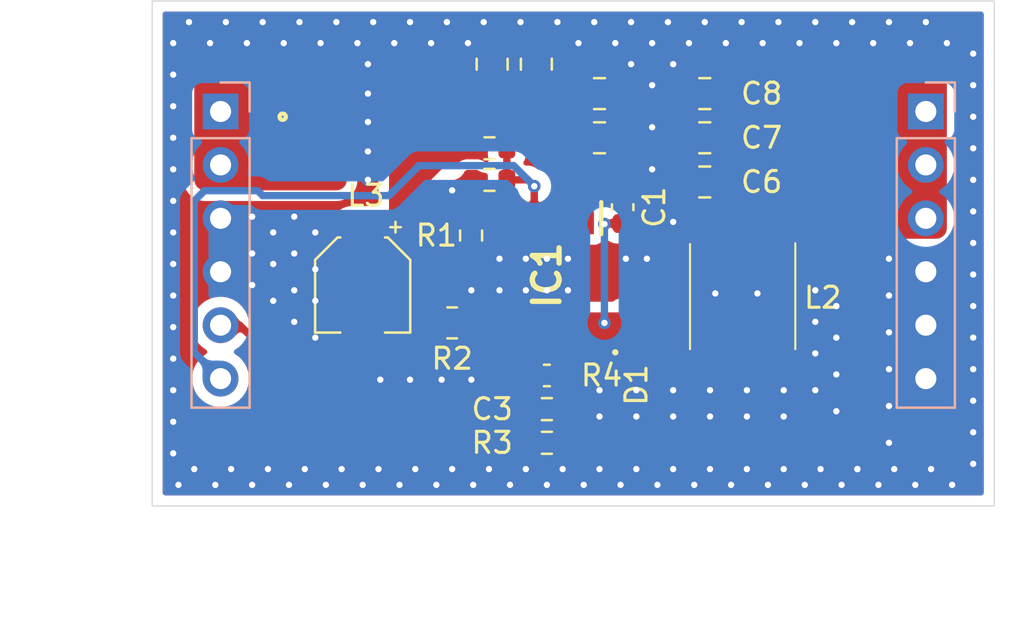
<source format=kicad_pcb>
(kicad_pcb (version 20241229) (generator "pcbnew") (generator_version "9.0")
  (layers (0 "F.Cu" signal) (2 "B.Cu" signal) (13 "F.Paste" user) (15 "B.Paste" user) (5 "F.SilkS" user "F.Silkscreen") (7 "B.SilkS" user "B.Silkscreen") (1 "F.Mask" user) (3 "B.Mask" user) (25 "Edge.Cuts" user))
  (net 0 "")
  (net 1 "GND")
  (net 2 "Net-(IC1-SS)")
  (net 3 "Net-(IC1-RT{slash}SYNC)")
  (net 4 "Net-(C4-Pad2)")
  (net 5 "/SW")
  (net 6 "/BOOT")
  (net 7 "/VIN")
  (net 8 "/VOUT")
  (net 9 "/FB")
  (net 10 "/VINF")
  (net 11 "/EN")
  (footprint "Capacitor_SMD:C_0805_2012Metric" (layer "F.Cu") (at 117.5 88.5 180)
    (property "Reference" "C2" (hide yes))
    (property "Value" "4.7u")
    (fp_line (start -0.261252 0.735) (end 0.261252 0.735) (stroke (width 0.12)) (layer "F.SilkS"))
    (fp_line (start -0.261252 -0.735) (end 0.261252 -0.735) (stroke (width 0.12)) (layer "F.SilkS"))
    (pad "1" smd roundrect (at -0.95 0 180) (size 1 1.45) (layers "F.Cu" "F.Mask" "F.Paste") (net 1 "GND"))
    (pad "2" smd roundrect (at 0.95 0 180) (size 1 1.45) (layers "F.Cu" "F.Mask" "F.Paste") (net 7 "/VIN"))
  )
  (footprint "Capacitor_SMD:C_0805_2012Metric" (layer "F.Cu") (at 122.5 88.5)
    (property "Reference" "C7" (at 2.7 0 0) (layer "F.SilkS"))
    (property "Value" "10u")
    (fp_line (start -0.261252 -0.735) (end 0.261252 -0.735) (stroke (width 0.12)) (layer "F.SilkS"))
    (fp_line (start -0.261252 0.735) (end 0.261252 0.735) (stroke (width 0.12)) (layer "F.SilkS"))
    (pad "1" smd roundrect (at -0.95 0) (size 1 1.45) (layers "F.Cu" "F.Mask" "F.Paste") (net 1 "GND"))
    (pad "2" smd roundrect (at 0.95 0) (size 1 1.45) (layers "F.Cu" "F.Mask" "F.Paste") (net 8 "/VOUT"))
  )
  (footprint "Resistor_SMD:R_0603_1608Metric" (layer "F.Cu") (at 115 101.4)
    (property "Reference" "R4" (at 2.6 -1.6 0) (layer "F.SilkS"))
    (property "Value" "17.8k")
    (fp_line (start -0.237258 -0.5225) (end 0.237258 -0.5225) (stroke (width 0.12)) (layer "F.SilkS"))
    (fp_line (start -0.237258 0.5225) (end 0.237258 0.5225) (stroke (width 0.12)) (layer "F.SilkS"))
    (pad "1" smd roundrect (at -0.825 0) (size 0.8 0.95) (layers "F.Cu" "F.Mask" "F.Paste") (net 9 "/FB"))
    (pad "2" smd roundrect (at 0.825 0) (size 0.8 0.95) (layers "F.Cu" "F.Mask" "F.Paste") (net 1 "GND"))
  )
  (footprint "Resistor_SMD:R_0603_1608Metric" (layer "F.Cu") (at 112.273582 89)
    (property "Reference" "R5" (hide yes))
    (property "Value" "R")
    (fp_line (start -0.237258 -0.5225) (end 0.237258 -0.5225) (stroke (width 0.12)) (layer "F.SilkS"))
    (fp_line (start -0.237258 0.5225) (end 0.237258 0.5225) (stroke (width 0.12)) (layer "F.SilkS"))
    (pad "1" smd roundrect (at -0.825 0) (size 0.8 0.95) (layers "F.Cu" "F.Mask" "F.Paste") (net 7 "/VIN"))
    (pad "2" smd roundrect (at 0.825 0) (size 0.8 0.95) (layers "F.Cu" "F.Mask" "F.Paste") (net 11 "/EN"))
  )
  (footprint "Resistor_SMD:R_0603_1608Metric" (layer "F.Cu") (at 115 103 180)
    (property "Reference" "R3" (at 2.6 0 0) (layer "F.SilkS"))
    (property "Value" "100k")
    (fp_line (start -0.237258 0.5225) (end 0.237258 0.5225) (stroke (width 0.12)) (layer "F.SilkS"))
    (fp_line (start -0.237258 -0.5225) (end 0.237258 -0.5225) (stroke (width 0.12)) (layer "F.SilkS"))
    (pad "1" smd roundrect (at -0.825 0 180) (size 0.8 0.95) (layers "F.Cu" "F.Mask" "F.Paste") (net 8 "/VOUT"))
    (pad "2" smd roundrect (at 0.825 0 180) (size 0.8 0.95) (layers "F.Cu" "F.Mask" "F.Paste") (net 9 "/FB"))
  )
  (footprint "Samacsys:VLS6045" (layer "F.Cu") (at 106.4 87.5)
    (property "Reference" "L3" (at 0 3.75 0) (layer "F.SilkS"))
    (property "Value" "VLS6045EX-470M" (hide yes))
    (fp_circle (center -3.95 0) (end -3.95 0.05) (stroke (width 0.2)) (fill no) (layer "F.SilkS"))
    (pad "1" smd rect (at -2.1 0) (size 1.9 5.1) (layers "F.Cu" "F.Mask" "F.Paste") (net 10 "/VINF"))
    (pad "2" smd rect (at 2.1 0) (size 1.9 5.1) (layers "F.Cu" "F.Mask" "F.Paste") (net 7 "/VIN"))
  )
  (footprint "Resistor_SMD:R_0805_2012Metric" (layer "F.Cu") (at 110.5 97.3)
    (property "Reference" "R2" (at 0 1.7 0) (layer "F.SilkS"))
    (property "Value" "2")
    (fp_line (start -0.227064 -0.735) (end 0.227064 -0.735) (stroke (width 0.12)) (layer "F.SilkS"))
    (fp_line (start -0.227064 0.735) (end 0.227064 0.735) (stroke (width 0.12)) (layer "F.SilkS"))
    (pad "1" smd roundrect (at -0.9125 0) (size 1.025 1.4) (layers "F.Cu" "F.Mask" "F.Paste") (roundrect_rratio 0.243902) (net 4 "Net-(C4-Pad2)"))
    (pad "2" smd roundrect (at 0.9125 0) (size 1.025 1.4) (layers "F.Cu" "F.Mask" "F.Paste") (roundrect_rratio 0.243902) (net 1 "GND"))
  )
  (footprint "Capacitor_SMD:C_0805_2012Metric" (layer "F.Cu") (at 112.4 85 -90)
    (property "Reference" "C9" (hide yes))
    (property "Value" "4.7u")
    (fp_line (start -0.261252 0.735) (end 0.261252 0.735) (stroke (width 0.12)) (layer "F.SilkS"))
    (fp_line (start -0.261252 -0.735) (end 0.261252 -0.735) (stroke (width 0.12)) (layer "F.SilkS"))
    (pad "1" smd roundrect (at -0.95 0 270) (size 1 1.45) (layers "F.Cu" "F.Mask" "F.Paste") (net 1 "GND"))
    (pad "2" smd roundrect (at 0.95 0 270) (size 1 1.45) (layers "F.Cu" "F.Mask" "F.Paste") (net 7 "/VIN"))
  )
  (footprint "Capacitor_SMD:C_0603_1608Metric" (layer "F.Cu") (at 118.6 91.8 -90)
    (property "Reference" "C1" (at 0 -1.5 90) (layer "F.SilkS"))
    (property "Value" "100n")
    (fp_line (start -0.14058 0.51) (end 0.14058 0.51) (stroke (width 0.12)) (layer "F.SilkS"))
    (fp_line (start -0.14058 -0.51) (end 0.14058 -0.51) (stroke (width 0.12)) (layer "F.SilkS"))
    (pad "1" smd roundrect (at -0.775 0 270) (size 0.9 0.95) (layers "F.Cu" "F.Mask" "F.Paste") (net 6 "/BOOT"))
    (pad "2" smd roundrect (at 0.775 0 270) (size 0.9 0.95) (layers "F.Cu" "F.Mask" "F.Paste") (net 5 "/SW"))
  )
  (footprint "Samacsys:VLS5045EX330M" (layer "F.Cu") (at 124.3 96.05 90)
    (property "Reference" "L2" (at -0.05 3.8 0) (layer "F.SilkS"))
    (property "Value" "VLS5045EX-100M" (hide yes))
    (fp_line (start -2.5 -2.5) (end 2.5 -2.5) (stroke (width 0.1)) (layer "F.SilkS"))
    (fp_line (start -2.5 2.5) (end 2.54 2.5) (stroke (width 0.1)) (layer "F.SilkS"))
    (pad "1" smd rect (at -1.8 0 90) (size 1.5 4) (layers "F.Cu" "F.Mask" "F.Paste") (net 5 "/SW"))
    (pad "2" smd rect (at 1.8 0 90) (size 1.5 4) (layers "F.Cu" "F.Mask" "F.Paste") (net 8 "/VOUT"))
  )
  (footprint "Samacsys:SBR3U60P17" (layer "F.Cu") (at 119.25 97 -90)
    (property "Reference" "D1" (at 3.25 0 270) (layer "F.SilkS"))
    (property "Value" "SBR3U60P1-7" (hide yes))
    (fp_circle (center 1.7 1) (end 1.7 0.9) (stroke (width 0.1)) (fill yes) (layer "F.SilkS"))
    (pad "1" smd rect (at 0.85 0) (size 1.5 2.4) (layers "F.Cu" "F.Mask" "F.Paste") (net 5 "/SW"))
    (pad "2" smd rect (at -1.525 0 270) (size 1.05 1.5) (layers "F.Cu" "F.Mask" "F.Paste") (net 1 "GND"))
  )
  (footprint "Capacitor_SMD:CP_Elec_4x5.4" (layer "F.Cu") (at 106.25 95.5 -90)
    (property "Reference" "C4" (hide yes))
    (property "Value" "2u")
    (fp_line (start -1.195563 2.26) (end 2.26 2.26) (stroke (width 0.12)) (layer "F.SilkS"))
    (fp_line (start 2.26 2.26) (end 2.26 1.06) (stroke (width 0.12)) (layer "F.SilkS"))
    (fp_line (start -2.26 1.195563) (end -1.195563 2.26) (stroke (width 0.12)) (layer "F.SilkS"))
    (fp_line (start -2.26 1.195563) (end -2.26 1.06) (stroke (width 0.12)) (layer "F.SilkS"))
    (fp_line (start -2.26 -1.195563) (end -2.26 -1.06) (stroke (width 0.12)) (layer "F.SilkS"))
    (fp_line (start -2.26 -1.195563) (end -1.195563 -2.26) (stroke (width 0.12)) (layer "F.SilkS"))
    (fp_line (start -3 -1.56) (end -2.5 -1.56) (stroke (width 0.12)) (layer "F.SilkS"))
    (fp_line (start -2.75 -1.81) (end -2.75 -1.31) (stroke (width 0.12)) (layer "F.SilkS"))
    (fp_line (start -1.195563 -2.26) (end 2.26 -2.26) (stroke (width 0.12)) (layer "F.SilkS"))
    (fp_line (start 2.26 -2.26) (end 2.26 -1.06) (stroke (width 0.12)) (layer "F.SilkS"))
    (pad "1" smd roundrect (at -1.8 0 270) (size 2.6 1.6) (layers "F.Cu" "F.Mask" "F.Paste") (roundrect_rratio 0.15625) (net 7 "/VIN"))
    (pad "2" smd roundrect (at 1.8 0 270) (size 2.6 1.6) (layers "F.Cu" "F.Mask" "F.Paste") (roundrect_rratio 0.15625) (net 4 "Net-(C4-Pad2)"))
  )
  (footprint "Capacitor_SMD:C_0805_2012Metric" (layer "F.Cu") (at 117.5 86.4 180)
    (property "Reference" "C5" (hide yes))
    (property "Value" "4.7u")
    (fp_line (start -0.261252 0.735) (end 0.261252 0.735) (stroke (width 0.12)) (layer "F.SilkS"))
    (fp_line (start -0.261252 -0.735) (end 0.261252 -0.735) (stroke (width 0.12)) (layer "F.SilkS"))
    (pad "1" smd roundrect (at -0.95 0 180) (size 1 1.45) (layers "F.Cu" "F.Mask" "F.Paste") (net 1 "GND"))
    (pad "2" smd roundrect (at 0.95 0 180) (size 1 1.45) (layers "F.Cu" "F.Mask" "F.Paste") (net 7 "/VIN"))
  )
  (footprint "Capacitor_SMD:C_0805_2012Metric" (layer "F.Cu") (at 122.5 86.4)
    (property "Reference" "C8" (at 2.7 0 0) (layer "F.SilkS"))
    (property "Value" "10u")
    (fp_line (start -0.261252 -0.735) (end 0.261252 -0.735) (stroke (width 0.12)) (layer "F.SilkS"))
    (fp_line (start -0.261252 0.735) (end 0.261252 0.735) (stroke (width 0.12)) (layer "F.SilkS"))
    (pad "1" smd roundrect (at -0.95 0) (size 1 1.45) (layers "F.Cu" "F.Mask" "F.Paste") (net 1 "GND"))
    (pad "2" smd roundrect (at 0.95 0) (size 1 1.45) (layers "F.Cu" "F.Mask" "F.Paste") (net 8 "/VOUT"))
  )
  (footprint "Samacsys:SOIC127P600X170-9N" (layer "F.Cu") (at 115.003582 95.034037 -90)
    (property "Reference" "IC1" (at 0 0 90) (layer "F.SilkS") (effects (font (size 1.27 1.27) (thickness 0.254))))
    (property "Value" "LV14240DDAR" (hide yes))
    (fp_line (start -3.475 -2.58) (end -1.95 -2.58) (stroke (width 0.2)) (layer "F.SilkS"))
    (pad "1" smd rect (at -2.712 -1.905) (size 0.65 1.525) (layers "F.Cu" "F.Mask" "F.Paste") (net 6 "/BOOT"))
    (pad "2" smd rect (at -2.712 -0.635) (size 0.65 1.525) (layers "F.Cu" "F.Mask" "F.Paste") (net 7 "/VIN"))
    (pad "3" smd rect (at -2.712 0.635) (size 0.65 1.525) (layers "F.Cu" "F.Mask" "F.Paste") (net 11 "/EN"))
    (pad "4" smd rect (at -2.712 1.905) (size 0.65 1.525) (layers "F.Cu" "F.Mask" "F.Paste") (net 3 "Net-(IC1-RT{slash}SYNC)"))
    (pad "5" smd rect (at 2.712 1.905) (size 0.65 1.525) (layers "F.Cu" "F.Mask" "F.Paste") (net 9 "/FB"))
    (pad "6" smd rect (at 2.712 0.635) (size 0.65 1.525) (layers "F.Cu" "F.Mask" "F.Paste") (net 2 "Net-(IC1-SS)"))
    (pad "7" smd rect (at 2.712 -0.635) (size 0.65 1.525) (layers "F.Cu" "F.Mask" "F.Paste") (net 1 "GND"))
    (pad "8" smd rect (at 2.712 -1.905) (size 0.65 1.525) (layers "F.Cu" "F.Mask" "F.Paste") (net 5 "/SW"))
    (pad "9" smd rect (at 0 0 270) (size 2.85 3.2) (layers "F.Cu" "F.Mask" "F.Paste") (net 1 "GND"))
  )
  (footprint "Resistor_SMD:R_0603_1608Metric" (layer "F.Cu") (at 112.273582 90.5 180)
    (property "Reference" "R6" (hide yes))
    (property "Value" "R")
    (fp_line (start -0.237258 0.5225) (end 0.237258 0.5225) (stroke (width 0.12)) (layer "F.SilkS"))
    (fp_line (start -0.237258 -0.5225) (end 0.237258 -0.5225) (stroke (width 0.12)) (layer "F.SilkS"))
    (pad "1" smd roundrect (at -0.825 0 180) (size 0.8 0.95) (layers "F.Cu" "F.Mask" "F.Paste") (net 11 "/EN"))
    (pad "2" smd roundrect (at 0.825 0 180) (size 0.8 0.95) (layers "F.Cu" "F.Mask" "F.Paste") (net 1 "GND"))
  )
  (footprint "Capacitor_SMD:C_0805_2012Metric" (layer "F.Cu") (at 114.5 85 -90)
    (property "Reference" "C10" (hide yes))
    (property "Value" "4.7u")
    (fp_line (start -0.261252 0.735) (end 0.261252 0.735) (stroke (width 0.12)) (layer "F.SilkS"))
    (fp_line (start -0.261252 -0.735) (end 0.261252 -0.735) (stroke (width 0.12)) (layer "F.SilkS"))
    (pad "1" smd roundrect (at -0.95 0 270) (size 1 1.45) (layers "F.Cu" "F.Mask" "F.Paste") (net 1 "GND"))
    (pad "2" smd roundrect (at 0.95 0 270) (size 1 1.45) (layers "F.Cu" "F.Mask" "F.Paste") (net 7 "/VIN"))
  )
  (footprint "Resistor_SMD:R_0603_1608Metric" (layer "F.Cu") (at 111.4 93.147037 -90)
    (property "Reference" "R1" (at 0 1.65 0) (layer "F.SilkS"))
    (property "Value" "49.9")
    (fp_line (start -0.237258 0.5225) (end 0.237258 0.5225) (stroke (width 0.12)) (layer "F.SilkS"))
    (fp_line (start -0.237258 -0.5225) (end 0.237258 -0.5225) (stroke (width 0.12)) (layer "F.SilkS"))
    (pad "1" smd roundrect (at -0.825 0 270) (size 0.8 0.95) (layers "F.Cu" "F.Mask" "F.Paste") (net 3 "Net-(IC1-RT{slash}SYNC)"))
    (pad "2" smd roundrect (at 0.825 0 270) (size 0.8 0.95) (layers "F.Cu" "F.Mask" "F.Paste") (net 1 "GND"))
  )
  (footprint "Capacitor_SMD:C_0603_1608Metric" (layer "F.Cu") (at 115 99.8 180)
    (property "Reference" "C3" (at 2.6 -1.6 0) (layer "F.SilkS"))
    (property "Value" "22n")
    (fp_line (start -0.14058 0.51) (end 0.14058 0.51) (stroke (width 0.12)) (layer "F.SilkS"))
    (fp_line (start -0.14058 -0.51) (end 0.14058 -0.51) (stroke (width 0.12)) (layer "F.SilkS"))
    (pad "1" smd roundrect (at -0.775 0 180) (size 0.9 0.95) (layers "F.Cu" "F.Mask" "F.Paste") (net 1 "GND"))
    (pad "2" smd roundrect (at 0.775 0 180) (size 0.9 0.95) (layers "F.Cu" "F.Mask" "F.Paste") (net 2 "Net-(IC1-SS)"))
  )
  (footprint "Capacitor_SMD:C_0805_2012Metric" (layer "F.Cu") (at 122.5 90.6)
    (property "Reference" "C6" (at 2.7 0 0) (layer "F.SilkS"))
    (property "Value" "10u")
    (fp_line (start -0.261252 -0.735) (end 0.261252 -0.735) (stroke (width 0.12)) (layer "F.SilkS"))
    (fp_line (start -0.261252 0.735) (end 0.261252 0.735) (stroke (width 0.12)) (layer "F.SilkS"))
    (pad "1" smd roundrect (at -0.95 0) (size 1 1.45) (layers "F.Cu" "F.Mask" "F.Paste") (net 1 "GND"))
    (pad "2" smd roundrect (at 0.95 0) (size 1 1.45) (layers "F.Cu" "F.Mask" "F.Paste") (net 8 "/VOUT"))
  )
  (footprint "Connector_PinHeader_2.54mm:PinHeader_1x06_P2.54mm_Vertical" (layer "B.Cu") (at 99.5 87.25 180)
    (property "Reference" "J1" (hide yes))
    (property "Value" "Conn_01x06")
    (fp_line (start 1.38 -1.27) (end 1.38 -14.08) (stroke (width 0.12)) (layer "B.SilkS"))
    (fp_line (start -1.38 1.38) (end 0 1.38) (stroke (width 0.12)) (layer "B.SilkS"))
    (fp_line (start -1.38 0) (end -1.38 1.38) (stroke (width 0.12)) (layer "B.SilkS"))
    (fp_line (start -1.38 -1.27) (end 1.38 -1.27) (stroke (width 0.12)) (layer "B.SilkS"))
    (fp_line (start -1.38 -1.27) (end -1.38 -14.08) (stroke (width 0.12)) (layer "B.SilkS"))
    (fp_line (start -1.38 -14.08) (end 1.38 -14.08) (stroke (width 0.12)) (layer "B.SilkS"))
    (pad "1" thru_hole rect (at 0 0 180) (size 1.7 1.7) (drill 1) (layers "*.Cu" "*.Mask") (net 10 "/VINF"))
    (pad "2" thru_hole circle (at 0 -2.54 180) (size 1.7 1.7) (drill 1) (layers "*.Cu" "*.Mask") (net 10 "/VINF"))
    (pad "3" thru_hole circle (at 0 -5.08 180) (size 1.7 1.7) (drill 1) (layers "*.Cu" "*.Mask") (net 1 "GND"))
    (pad "4" thru_hole circle (at 0 -7.62 180) (size 1.7 1.7) (drill 1) (layers "*.Cu" "*.Mask") (net 1 "GND"))
    (pad "5" thru_hole circle (at 0 -10.16 180) (size 1.7 1.7) (drill 1) (layers "*.Cu" "*.Mask") (net 9 "/FB"))
    (pad "6" thru_hole circle (at 0 -12.7 180) (size 1.7 1.7) (drill 1) (layers "*.Cu" "*.Mask") (net 11 "/EN"))
  )
  (footprint "Connector_PinHeader_2.54mm:PinHeader_1x06_P2.54mm_Vertical" (layer "B.Cu") (at 133 87.25 180)
    (property "Reference" "J2" (hide yes))
    (property "Value" "Conn_01x06")
    (fp_line (start 1.38 -1.27) (end 1.38 -14.08) (stroke (width 0.12)) (layer "B.SilkS"))
    (fp_line (start -1.38 1.38) (end 0 1.38) (stroke (width 0.12)) (layer "B.SilkS"))
    (fp_line (start -1.38 0) (end -1.38 1.38) (stroke (width 0.12)) (layer "B.SilkS"))
    (fp_line (start -1.38 -1.27) (end 1.38 -1.27) (stroke (width 0.12)) (layer "B.SilkS"))
    (fp_line (start -1.38 -1.27) (end -1.38 -14.08) (stroke (width 0.12)) (layer "B.SilkS"))
    (fp_line (start -1.38 -14.08) (end 1.38 -14.08) (stroke (width 0.12)) (layer "B.SilkS"))
    (pad "1" thru_hole rect (at 0 0 180) (size 1.7 1.7) (drill 1) (layers "*.Cu" "*.Mask") (net 8 "/VOUT"))
    (pad "2" thru_hole circle (at 0 -2.54 180) (size 1.7 1.7) (drill 1) (layers "*.Cu" "*.Mask") (net 8 "/VOUT"))
    (pad "3" thru_hole circle (at 0 -5.08 180) (size 1.7 1.7) (drill 1) (layers "*.Cu" "*.Mask") (net 8 "/VOUT"))
    (pad "4" thru_hole circle (at 0 -7.62 180) (size 1.7 1.7) (drill 1) (layers "*.Cu" "*.Mask") (net 1 "GND"))
    (pad "5" thru_hole circle (at 0 -10.16 180) (size 1.7 1.7) (drill 1) (layers "*.Cu" "*.Mask") (net 1 "GND"))
    (pad "6" thru_hole circle (at 0 -12.7 180) (size 1.7 1.7) (drill 1) (layers "*.Cu" "*.Mask") (net 1 "GND"))
  )
  (gr_rect (start 96.25 82) (end 136.25 106) (stroke (width 0.05)) (fill no) (layer "Edge.Cuts"))
  (segment (start 115.638582 99.663582) (end 115.775 99.8) (width 0.35) (layer "F.Cu") (net 1))
  (segment (start 115.638582 97.746037) (end 115.638582 99.663582) (width 0.35) (layer "F.Cu") (net 1))
  (via (at 97.25 102) (size 0.6) (drill 0.3) (layers "F.Cu" "B.Cu") (net 1))
  (via (at 111.5 105) (size 0.6) (drill 0.3) (layers "F.Cu" "B.Cu") (net 1))
  (via (at 101 95.5) (size 0.6) (drill 0.3) (layers "F.Cu" "B.Cu") (net 1))
  (via (at 124.5 104.25) (size 0.6) (drill 0.3) (layers "F.Cu" "B.Cu") (net 1))
  (via (at 106.25 105) (size 0.6) (drill 0.3) (layers "F.Cu" "B.Cu") (net 1))
  (via (at 133 83) (size 0.6) (drill 0.3) (layers "F.Cu" "B.Cu") (net 1))
  (via (at 123 95.9) (size 0.6) (drill 0.3) (layers "F.Cu" "B.Cu") (net 1))
  (via (at 116.5 84) (size 0.6) (drill 0.3) (layers "F.Cu" "B.Cu") (net 1))
  (via (at 125 95.9) (size 0.6) (drill 0.3) (layers "F.Cu" "B.Cu") (net 1))
  (via (at 121 100.5) (size 0.6) (drill 0.3) (layers "F.Cu" "B.Cu") (net 1))
  (via (at 105 83) (size 0.6) (drill 0.3) (layers "F.Cu" "B.Cu") (net 1))
  (via (at 97.25 87) (size 0.6) (drill 0.3) (layers "F.Cu" "B.Cu") (net 1))
  (via (at 105.25 104.25) (size 0.6) (drill 0.3) (layers "F.Cu" "B.Cu") (net 1))
  (via (at 106 84) (size 0.6) (drill 0.3) (layers "F.Cu" "B.Cu") (net 1))
  (via (at 126.25 104.25) (size 0.6) (drill 0.3) (layers "F.Cu" "B.Cu") (net 1))
  (via (at 128.75 96.5) (size 0.6) (drill 0.3) (layers "F.Cu" "B.Cu") (net 1))
  (via (at 135.25 87.5) (size 0.6) (drill 0.3) (layers "F.Cu" "B.Cu") (net 1))
  (via (at 127.75 98.75) (size 0.6) (drill 0.3) (layers "F.Cu" "B.Cu") (net 1))
  (via (at 97.25 93) (size 0.6) (drill 0.3) (layers "F.Cu" "B.Cu") (net 1))
  (via (at 108.5 100) (size 0.6) (drill 0.3) (layers "F.Cu" "B.Cu") (net 1))
  (via (at 131.25 103) (size 0.6) (drill 0.3) (layers "F.Cu" "B.Cu") (net 1))
  (via (at 100 104.25) (size 0.6) (drill 0.3) (layers "F.Cu" "B.Cu") (net 1))
  (via (at 97.25 103.5) (size 0.6) (drill 0.3) (layers "F.Cu" "B.Cu") (net 1))
  (via (at 135.25 101) (size 0.6) (drill 0.3) (layers "F.Cu" "B.Cu") (net 1))
  (via (at 122.5 83) (size 0.6) (drill 0.3) (layers "F.Cu" "B.Cu") (net 1))
  (via (at 135.25 102.5) (size 0.6) (drill 0.3) (layers "F.Cu" "B.Cu") (net 1))
  (via (at 107.75 84) (size 0.6) (drill 0.3) (layers "F.Cu" "B.Cu") (net 1))
  (via (at 101.5 83) (size 0.6) (drill 0.3) (layers "F.Cu" "B.Cu") (net 1))
  (via (at 119 83) (size 0.6) (drill 0.3) (layers "F.Cu" "B.Cu") (net 1))
  (via (at 111.4125 95.75) (size 0.6) (drill 0.3) (layers "F.Cu" "B.Cu") (net 1))
  (via (at 108.75 104.25) (size 0.6) (drill 0.3) (layers "F.Cu" "B.Cu") (net 1))
  (via (at 106.75 83) (size 0.6) (drill 0.3) (layers "F.Cu" "B.Cu") (net 1))
  (via (at 131.25 94.25) (size 0.6) (drill 0.3) (layers "F.Cu" "B.Cu") (net 1))
  (via (at 127.75 83) (size 0.6) (drill 0.3) (layers "F.Cu" "B.Cu") (net 1))
  (via (at 135.25 89) (size 0.6) (drill 0.3) (layers "F.Cu" "B.Cu") (net 1))
  (via (at 120.75 83) (size 0.6) (drill 0.3) (layers "F.Cu" "B.Cu") (net 1))
  (via (at 135.25 86) (size 0.6) (drill 0.3) (layers "F.Cu" "B.Cu") (net 1))
  (via (at 128 104.25) (size 0.6) (drill 0.3) (layers "F.Cu" "B.Cu") (net 1))
  (via (at 107.0875 100) (size 0.6) (drill 0.3) (layers "F.Cu" "B.Cu") (net 1))
  (via (at 120 88) (size 0.6) (drill 0.3) (layers "F.Cu" "B.Cu") (net 1))
  (via (at 114 94.25) (size 0.6) (drill 0.3) (layers "F.Cu" "B.Cu") (net 1))
  (via (at 97.25 84) (size 0.6) (drill 0.3) (layers "F.Cu" "B.Cu") (net 1))
  (via (at 115 95.75) (size 0.6) (drill 0.3) (layers "F.Cu" "B.Cu") (net 1))
  (via (at 135.25 92) (size 0.6) (drill 0.3) (layers "F.Cu" "B.Cu") (net 1))
  (via (at 118.25 84) (size 0.6) (drill 0.3) (layers "F.Cu" "B.Cu") (net 1))
  (via (at 130.5 84) (size 0.6) (drill 0.3) (layers "F.Cu" "B.Cu") (net 1))
  (via (at 97.25 96) (size 0.6) (drill 0.3) (layers "F.Cu" "B.Cu") (net 1))
  (via (at 131.25 97.75) (size 0.6) (drill 0.3) (layers "F.Cu" "B.Cu") (net 1))
  (via (at 112.75 95.75) (size 0.6) (drill 0.3) (layers "F.Cu" "B.Cu") (net 1))
  (via (at 113.75 83) (size 0.6) (drill 0.3) (layers "F.Cu" "B.Cu") (net 1))
  (via (at 121 92.5) (size 0.6) (drill 0.3) (layers "F.Cu" "B.Cu") (net 1))
  (via (at 127.75 97.25) (size 0.6) (drill 0.3) (layers "F.Cu" "B.Cu") (net 1))
  (via (at 122.75 101.75) (size 0.6) (drill 0.3) (layers "F.Cu" "B.Cu") (net 1))
  (via (at 128.75 99.75) (size 0.6) (drill 0.3) (layers "F.Cu" "B.Cu") (net 1))
  (via (at 117.25 83) (size 0.6) (drill 0.3) (layers "F.Cu" "B.Cu") (net 1))
  (via (at 118.5 105) (size 0.6) (drill 0.3) (layers "F.Cu" "B.Cu") (net 1))
  (via (at 132.25 84) (size 0.6) (drill 0.3) (layers "F.Cu" "B.Cu") (net 1))
  (via (at 119 85) (size 0.6) (drill 0.3) (layers "F.Cu" "B.Cu") (net 1))
  (via (at 113.25 105) (size 0.6) (drill 0.3) (layers "F.Cu" "B.Cu") (net 1))
  (via (at 124.5 101.75) (size 0.6) (drill 0.3) (layers "F.Cu" "B.Cu") (net 1))
  (via (at 121 101.75) (size 0.6) (drill 0.3) (layers "F.Cu" "B.Cu") (net 1))
  (via (at 112.75 94.25) (size 0.6) (drill 0.3) (layers "F.Cu" "B.Cu") (net 1))
  (via (at 122.75 100.5) (size 0.6) (drill 0.3) (layers "F.Cu" "B.Cu") (net 1))
  (via (at 104.5 105) (size 0.6) (drill 0.3) (layers "F.Cu" "B.Cu") (net 1))
  (via (at 99 84) (size 0.6) (drill 0.3) (layers "F.Cu" "B.Cu") (net 1))
  (via (at 135.25 98) (size 0.6) (drill 0.3) (layers "F.Cu" "B.Cu") (net 1))
  (via (at 104 93) (size 0.6) (drill 0.3) (layers "F.Cu" "B.Cu") (net 1))
  (via (at 99.25 105) (size 0.6) (drill 0.3) (layers "F.Cu" "B.Cu") (net 1))
  (via (at 115.5 83) (size 0.6) (drill 0.3) (layers "F.Cu" "B.Cu") (net 1))
  (via (at 126 83) (size 0.6) (drill 0.3) (layers "F.Cu" "B.Cu") (net 1))
  (via (at 101 92.25) (size 0.6) (drill 0.3) (layers "F.Cu" "B.Cu") (net 1))
  (via (at 126.25 100.5) (size 0.6) (drill 0.3) (layers "F.Cu" "B.Cu") (net 1))
  (via (at 103 94) (size 0.6) (drill 0.3) (layers "F.Cu" "B.Cu") (net 1))
  (via (at 111.25 84) (size 0.6) (drill 0.3) (layers "F.Cu" "B.Cu") (net 1))
  (via (at 106.5 90.5) (size 0.6) (drill 0.3) (layers "F.Cu" "B.Cu") (net 1))
  (via (at 102.75 105) (size 0.6) (drill 0.3) (layers "F.Cu" "B.Cu") (net 1))
  (via (at 123.5 84) (size 0.6) (drill 0.3) (layers "F.Cu" "B.Cu") (net 1))
  (via (at 106.5 89.15) (size 0.6) (drill 0.3) (layers "F.Cu" "B.Cu") (net 1))
  (via (at 115 94.25) (size 0.6) (drill 0.3) (layers "F.Cu" "B.Cu") (net 1))
  (via (at 103.5 104.25) (size 0.6) (drill 0.3) (layers "F.Cu" "B.Cu") (net 1))
  (via (at 101.75 104.25) (size 0.6) (drill 0.3) (layers "F.Cu" "B.Cu") (net 1))
  (via (at 111.4125 100) (size 0.6) (drill 0.3) (layers "F.Cu" "B.Cu") (net 1))
  (via (at 110.5 104.25) (size 0.6) (drill 0.3) (layers "F.Cu" "B.Cu") (net 1))
  (via (at 135.25 104) (size 0.6) (drill 0.3) (layers "F.Cu" "B.Cu") (net 1))
  (via (at 120.25 105) (size 0.6) (drill 0.3) (layers "F.Cu" "B.Cu") (net 1))
  (via (at 129.5 83) (size 0.6) (drill 0.3) (layers "F.Cu" "B.Cu") (net 1))
  (via (at 129.75 104.25) (size 0.6) (drill 0.3) (layers "F.Cu" "B.Cu") (net 1))
  (via (at 134.25 105) (size 0.6) (drill 0.3) (layers "F.Cu" "B.Cu") (net 1))
  (via (at 97.25 85.5) (size 0.6) (drill 0.3) (layers "F.Cu" "B.Cu") (net 1))
  (via (at 97.25 88.5) (size 0.6) (drill 0.3) (layers "F.Cu" "B.Cu") (net 1))
  (via (at 102 94.5) (size 0.6) (drill 0.3) (layers "F.Cu" "B.Cu") (net 1))
  (via (at 119.75 94.25) (size 0.6) (drill 0.3) (layers "F.Cu" "B.Cu") (net 1))
  (via (at 101 94) (size 0.6) (drill 0.3) (layers "F.Cu" "B.Cu") (net 1))
  (via (at 122 105) (size 0.6) (drill 0.3) (layers "F.Cu" "B.Cu") (net 1))
  (via (at 129 105) (size 0.6) (drill 0.3) (layers "F.Cu" "B.Cu") (net 1))
  (via (at 98 83) (size 0.6) (drill 0.3) (layers "F.Cu" "B.Cu") (net 1))
  (via (at 122.75 104.25) (size 0.6) (drill 0.3) (layers "F.Cu" "B.Cu") (net 1))
  (via (at 103 97.25) (size 0.6) (drill 0.3) (layers "F.Cu" "B.Cu") (net 1))
  (via (at 106.5 85) (size 0.6) (drill 0.3) (layers "F.Cu" "B.Cu") (net 1))
  (via (at 97.5 105) (size 0.6) (drill 0.3) (layers "F.Cu" "B.Cu") (net 1))
  (via (at 120 86) (size 0.6) (drill 0.3) (layers "F.Cu" "B.Cu") (net 1))
  (via (at 97.25 94.5) (size 0.6) (drill 0.3) (layers "F.Cu" "B.Cu") (net 1))
  (via (at 115.75 104.25) (size 0.6) (drill 0.3) (layers "F.Cu" "B.Cu") (net 1))
  (via (at 128.75 98) (size 0.6) (drill 0.3) (layers "F.Cu" "B.Cu") (net 1))
  (via (at 109.75 105) (size 0.6) (drill 0.3) (layers "F.Cu" "B.Cu") (net 1))
  (via (at 134 84) (size 0.6) (drill 0.3) (layers "F.Cu" "B.Cu") (net 1))
  (via (at 124.5 100.5) (size 0.6) (drill 0.3) (layers "F.Cu" "B.Cu") (net 1))
  (via (at 108 105) (size 0.6) (drill 0.3) (layers "F.Cu" "B.Cu") (net 1))
  (via (at 106.5 86.4) (size 0.6) (drill 0.3) (layers "F.Cu" "B.Cu") (net 1))
  (via (at 128.75 101.5) (size 0.6) (drill 0.3) (layers "F.Cu" "B.Cu") (net 1))
  (via (at 110.25 83) (size 0.6) (drill 0.3) (layers "F.Cu" "B.Cu") (net 1))
  (via (at 116.75 105) (size 0.6) (drill 0.3) (layers "F.Cu" "B.Cu") (net 1))
  (via (at 121.75 84) (size 0.6) (drill 0.3) (layers "F.Cu" "B.Cu") (net 1))
  (via (at 117.5 100.5) (size 0.6) (drill 0.3) (layers "F.Cu" "B.Cu") (net 1))
  (via (at 112.25 104.25) (size 0.6) (drill 0.3) (layers "F.Cu" "B.Cu") (net 1))
  (via (at 130.75 105) (size 0.6) (drill 0.3) (layers "F.Cu" "B.Cu") (net 1))
  (via (at 110 100) (size 0.6) (drill 0.3) (layers "F.Cu" "B.Cu") (net 1))
  (via (at 131.25 96) (size 0.6) (drill 0.3) (layers "F.Cu" "B.Cu") (net 1))
  (via (at 120 84) (size 0.6) (drill 0.3) (layers "F.Cu" "B.Cu") (net 1))
  (via (at 118.75 94.25) (size 0.6) (drill 0.3) (layers "F.Cu" "B.Cu") (net 1))
  (via (at 104 96.25) (size 0.6) (drill 0.3) (layers "F.Cu" "B.Cu") (net 1))
  (via (at 120 90) (size 0.6) (drill 0.3) (layers "F.Cu" "B.Cu") (net 1))
  (via (at 127.75 95.75) (size 0.6) (drill 0.3) (layers "F.Cu" "B.Cu") (net 1))
  (via (at 132.5 105) (size 0.6) (drill 0.3) (layers "F.Cu" "B.Cu") (net 1))
  (via (at 102 96.25) (size 0.6) (drill 0.3) (layers "F.Cu" "B.Cu") (net 1))
  (via (at 104 94.75) (size 0.6) (drill 0.3) (layers "F.Cu" "B.Cu") (net 1))
  (via (at 114 95.75) (size 0.6) (drill 0.3) (layers "F.Cu" "B.Cu") (net 1))
  (via (at 116 94.25) (size 0.6) (drill 0.3) (layers "F.Cu" "B.Cu") (net 1))
  (via (at 119.25 101.75) (size 0.6) (drill 0.3) (layers "F.Cu" "B.Cu") (net 1))
  (via (at 102 93) (size 0.6) (drill 0.3) (layers "F.Cu" "B.Cu") (net 1))
  (via (at 106.5 87.75) (size 0.6) (drill 0.3) (layers "F.Cu" "B.Cu") (net 1))
  (via (at 131.25 83) (size 0.6) (drill 0.3) (layers "F.Cu" "B.Cu") (net 1))
  (via (at 131.25 101.25) (size 0.6) (drill 0.3) (layers "F.Cu" "B.Cu") (net 1))
  (via (at 135.25 96.5) (size 0.6) (drill 0.3) (layers "F.Cu" "B.Cu") (net 1))
  (via (at 112 83) (size 0.6) (drill 0.3) (layers "F.Cu" "B.Cu") (net 1))
  (via (at 135.25 95) (size 0.6) (drill 0.3) (layers "F.Cu" "B.Cu") (net 1))
  (via (at 104.25 84) (size 0.6) (drill 0.3) (layers "F.Cu" "B.Cu") (net 1))
  (via (at 127.25 105) (size 0.6) (drill 0.3) (layers "F.Cu" "B.Cu") (net 1))
  (via (at 131.5 104.25) (size 0.6) (drill 0.3) (layers "F.Cu" "B.Cu") (net 1))
  (via (at 126.25 101.75) (size 0.6) (drill 0.3) (layers "F.Cu" "B.Cu") (net 1))
  (via (at 108.5 83) (size 0.6) (drill 0.3) (layers "F.Cu" "B.Cu") (net 1))
  (via (at 117.5 101.75) (size 0.6) (drill 0.3) (layers "F.Cu" "B.Cu") (net 1))
  (via (at 109.5 84) (size 0.6) (drill 0.3) (layers "F.Cu" "B.Cu") (net 1))
  (via (at 127.75 100.5) (size 0.6) (drill 0.3) (layers "F.Cu" "B.Cu") (net 1))
  (via (at 135.25 84.5) (size 0.6) (drill 0.3) (layers "F.Cu" "B.Cu") (net 1))
  (via (at 131.25 99.5) (size 0.6) (drill 0.3) (layers "F.Cu" "B.Cu") (net 1))
  (via (at 107 104.25) (size 0.6) (drill 0.3) (layers "F.Cu" "B.Cu") (net 1))
  (via (at 115 105) (size 0.6) (drill 0.3) (layers "F.Cu" "B.Cu") (net 1))
  (via (at 101 105) (size 0.6) (drill 0.3) (layers "F.Cu" "B.Cu") (net 1))
  (via (at 135.25 99.5) (size 0.6) (drill 0.3) (layers "F.Cu" "B.Cu") (net 1))
  (via (at 128.75 84) (size 0.6) (drill 0.3) (layers "F.Cu" "B.Cu") (net 1))
  (via (at 99.75 83) (size 0.6) (drill 0.3) (layers "F.Cu" "B.Cu") (net 1))
  (via (at 100.75 84) (size 0.6) (drill 0.3) (layers "F.Cu" "B.Cu") (net 1))
  (via (at 103 95.75) (size 0.6) (drill 0.3) (layers "F.Cu" "B.Cu") (net 1))
  (via (at 97.25 100.5) (size 0.6) (drill 0.3) (layers "F.Cu" "B.Cu") (net 1))
  (via (at 127 84) (size 0.6) (drill 0.3) (layers "F.Cu" "B.Cu") (net 1))
  (via (at 98.25 104.25) (size 0.6) (drill 0.3) (layers "F.Cu" "B.Cu") (net 1))
  (via (at 119.25 104.25) (size 0.6) (drill 0.3) (layers "F.Cu" "B.Cu") (net 1))
  (via (at 119.25 100.5) (size 0.6) (drill 0.3) (layers "F.Cu" "B.Cu") (net 1))
  (via (at 104 98) (size 0.6) (drill 0.3) (layers "F.Cu" "B.Cu") (net 1))
  (via (at 110.5 91) (size 0.6) (drill 0.3) (layers "F.Cu" "B.Cu") (net 1))
  (via (at 123.75 105) (size 0.6) (drill 0.3) (layers "F.Cu" "B.Cu") (net 1))
  (via (at 121 104.25) (size 0.6) (drill 0.3) (layers "F.Cu" "B.Cu") (net 1))
  (via (at 97.25 97.5) (size 0.6) (drill 0.3) (layers "F.Cu" "B.Cu") (net 1))
  (via (at 121 85) (size 0.6) (drill 0.3) (layers "F.Cu" "B.Cu") (net 1))
  (via (at 97.25 91.5) (size 0.6) (drill 0.3) (layers "F.Cu" "B.Cu") (net 1))
  (via (at 103 92.25) (size 0.6) (drill 0.3) (layers "F.Cu" "B.Cu") (net 1))
  (via (at 103.25 83) (size 0.6) (drill 0.3) (layers "F.Cu" "B.Cu") (net 1))
  (via (at 125.5 105) (size 0.6) (drill 0.3) (layers "F.Cu" "B.Cu") (net 1))
  (via (at 116 95.75) (size 0.6) (drill 0.3) (layers "F.Cu" "B.Cu") (net 1))
  (via (at 117.5 104.25) (size 0.6) (drill 0.3) (layers "F.Cu" "B.Cu") (net 1))
  (via (at 133.25 104.25) (size 0.6) (drill 0.3) (layers "F.Cu" "B.Cu") (net 1))
  (via (at 102.5 84) (size 0.6) (drill 0.3) (layers "F.Cu" "B.Cu") (net 1))
  (via (at 114 104.25) (size 0.6) (drill 0.3) (layers "F.Cu" "B.Cu") (net 1))
  (via (at 125.25 84) (size 0.6) (drill 0.3) (layers "F.Cu" "B.Cu") (net 1))
  (via (at 97.25 90) (size 0.6) (drill 0.3) (layers "F.Cu" "B.Cu") (net 1))
  (via (at 124.25 83) (size 0.6) (drill 0.3) (layers "F.Cu" "B.Cu") (net 1))
  (via (at 135.25 93.5) (size 0.6) (drill 0.3) (layers "F.Cu" "B.Cu") (net 1))
  (via (at 135.25 90.5) (size 0.6) (drill 0.3) (layers "F.Cu" "B.Cu") (net 1))
  (via (at 97.25 99) (size 0.6) (drill 0.3) (layers "F.Cu" "B.Cu") (net 1))
  (via (at 129.75 104.25) (size 0.6) (drill 0.3) (layers "F.Cu" "B.Cu") (net 1))
  (segment (start 114.368582 99.656418) (end 114.225 99.8) (width 0.35) (layer "F.Cu") (net 2))
  (segment (start 114.368582 97.746037) (end 114.368582 99.656418) (width 0.35) (layer "F.Cu") (net 2))
  (segment (start 111.4 92.322037) (end 113.098582 92.322037) (width 0.35) (layer "F.Cu") (net 3))
  (segment (start 117.758584 92.575) (end 117.733584 92.6) (width 0.35) (layer "F.Cu") (net 5))
  (segment (start 118.6 92.575) (end 117.758584 92.575) (width 0.35) (layer "F.Cu") (net 5))
  (via (at 117.733584 92.6) (size 0.6) (drill 0.3) (layers "F.Cu" "B.Cu") (net 5))
  (via (at 117.733584 97.3) (size 0.6) (drill 0.3) (layers "F.Cu" "B.Cu") (net 5))
  (segment (start 117.733584 97.3) (end 117.733584 92.6) (width 0.35) (layer "B.Cu") (net 5))
  (segment (start 116.908582 91.491418) (end 116.908582 92.322037) (width 0.35) (layer "F.Cu") (net 6))
  (segment (start 117.375 91.025) (end 116.908582 91.491418) (width 0.35) (layer "F.Cu") (net 6))
  (segment (start 118.6 91.025) (end 117.375 91.025) (width 0.35) (layer "F.Cu") (net 6))
  (segment (start 129.9 102.1) (end 129.9 95.1) (width 0.35) (layer "F.Cu") (net 8))
  (segment (start 124.3 94.25) (end 129.05 94.25) (width 0.35) (layer "F.Cu") (net 8))
  (segment (start 129.9 95.1) (end 129.05 94.25) (width 0.35) (layer "F.Cu") (net 8))
  (segment (start 115.825 103) (end 129 103) (width 0.35) (layer "F.Cu") (net 8))
  (segment (start 129 103) (end 129.9 102.1) (width 0.35) (layer "F.Cu") (net 8))
  (segment (start 100.41 97.41) (end 104.25 101.25) (width 0.35) (layer "F.Cu") (net 9))
  (segment (start 99.5 97.41) (end 100.41 97.41) (width 0.35) (layer "F.Cu") (net 9))
  (segment (start 113.098582 97.746037) (end 113.098582 100.323582) (width 0.35) (layer "F.Cu") (net 9))
  (segment (start 104.25 101.25) (end 112.172164 101.25) (width 0.35) (layer "F.Cu") (net 9))
  (segment (start 113.098582 100.323582) (end 114.175 101.4) (width 0.35) (layer "F.Cu") (net 9))
  (segment (start 112.172164 101.25) (end 113.098582 100.323582) (width 0.35) (layer "F.Cu") (net 9))
  (segment (start 114.175 101.4) (end 114.175 103) (width 0.35) (layer "F.Cu") (net 9))
  (segment (start 113.098582 89) (end 113.098582 90.5) (width 0.35) (layer "F.Cu") (net 11))
  (segment (start 114.1 90.5) (end 114.4 90.8) (width 0.35) (layer "F.Cu") (net 11))
  (segment (start 114.4 90.8) (end 114.4 92.290619) (width 0.35) (layer "F.Cu") (net 11))
  (segment (start 113.098582 90.5) (end 114.1 90.5) (width 0.35) (layer "F.Cu") (net 11))
  (segment (start 114.4 92.290619) (end 114.368582 92.322037) (width 0.35) (layer "F.Cu") (net 11))
  (via (at 114.4 90.8) (size 0.6) (drill 0.3) (layers "F.Cu" "B.Cu") (net 11))
  (segment (start 101.5 91.25) (end 101.266 91.016) (width 0.35) (layer "B.Cu") (net 11))
  (segment (start 98.25 91.5) (end 98.25 98.7) (width 0.35) (layer "B.Cu") (net 11))
  (segment (start 98.25 98.7) (end 99.5 99.95) (width 0.35) (layer "B.Cu") (net 11))
  (segment (start 113.425 89.825) (end 108.925 89.825) (width 0.35) (layer "B.Cu") (net 11))
  (segment (start 98.734 91.016) (end 98.25 91.5) (width 0.35) (layer "B.Cu") (net 11))
  (segment (start 108.925 89.825) (end 107.5 91.25) (width 0.35) (layer "B.Cu") (net 11))
  (segment (start 101.266 91.016) (end 98.734 91.016) (width 0.35) (layer "B.Cu") (net 11))
  (segment (start 107.5 91.25) (end 101.5 91.25) (width 0.35) (layer "B.Cu") (net 11))
  (segment (start 114.4 90.8) (end 113.425 89.825) (width 0.35) (layer "B.Cu") (net 11))
  (zone (net 8) (net_name "/VOUT") (layer "F.Cu") (priority 1) (connect_pads yes (clearance 0.5)) (min_thickness 0.25) (fill yes (thermal_gap 0.5) (thermal_bridge_width 0.5) (smoothing fillet) (radius 0.5))
    (polygon (pts (xy 122.5 85) (xy 122.5 92.5) (xy 121.9 92.5) (xy 121.9 95.1) (xy 126.4 95.1) (xy 126.4 93.3) (xy 134 93.3) (xy 134 85)))
  )
  (zone (net 10) (net_name "/VINF") (layer "F.Cu") (priority 7) (connect_pads yes (clearance 0.5)) (min_thickness 0.25) (fill yes (thermal_gap 0.5) (thermal_bridge_width 0.5) (smoothing fillet) (radius 0.5))
    (polygon (pts (xy 105.5 84.75) (xy 98.25 84.75) (xy 98.25 91) (xy 105.5 91)))
  )
  (zone (net 4) (net_name "Net-(C4-Pad2)") (layer "F.Cu") (priority 2) (connect_pads yes (clearance 0.5)) (min_thickness 0.25) (fill yes (thermal_gap 0.5) (thermal_bridge_width 0.5) (smoothing fillet) (radius 0.5))
    (polygon (pts (xy 106.75 95.75) (xy 110.25 95.75) (xy 110.25 98.75) (xy 105.25 98.75) (xy 105.25 95.75)))
  )
  (zone (net 7) (net_name "/VIN") (layer "F.Cu") (priority 2) (connect_pads yes (clearance 0.5)) (min_thickness 0.25) (fill yes (thermal_gap 0.5) (thermal_bridge_width 0.5) (smoothing fillet) (radius 0.5))
    (polygon (pts (xy 117.5 90) (xy 116.5 90) (xy 116.25 90.25) (xy 116.25 93.25) (xy 115.25 93.25) (xy 115.25 90.25) (xy 115 90) (xy 110 90) (xy 109.5 90.5) (xy 109.5 95.25) (xy 107.5 95.25) (xy 105.25 95.25) (xy 105.25 92.25) (xy 107.5 92.25) (xy 107.5 85) (xy 109.5 85) (xy 117.5 85)))
  )
  (zone (net 5) (net_name "/SW") (layer "F.Cu") (priority 5) (connect_pads yes (clearance 0.5)) (min_thickness 0.25) (fill yes (thermal_gap 0.5) (thermal_bridge_width 0.5) (smoothing fillet) (radius 0.5))
    (polygon (pts (xy 116.4 96.8) (xy 126.7 96.8) (xy 126.7 99.5) (xy 116.4 99.5)))
  )
  (zone (net 1) (net_name "GND") (layers "F.Cu" "B.Cu") (priority 1) (connect_pads yes (clearance 0.5)) (min_thickness 0.25) (fill yes (thermal_gap 0.5) (thermal_bridge_width 0.5) (smoothing fillet) (radius 0.5))
    (polygon (pts (xy 96.210846 82) (xy 136.210846 82) (xy 136.210846 106) (xy 96.210846 106)))
  )
)
</source>
